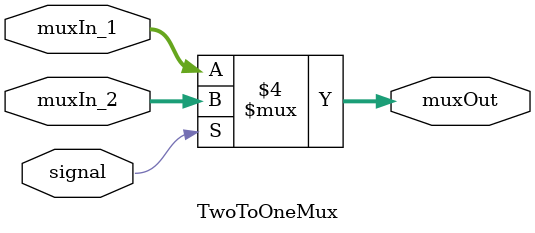
<source format=v>

module TwoToOneMux (
    input [31:0] muxIn_1, 
    input [31:0] muxIn_2, 
    input signal, 
    output reg [31:0] muxOut
);
 
always @* begin
    if (!signal) begin
        muxOut = muxIn_1;
    end
    else begin
        muxOut = muxIn_2;
    end
end

endmodule
</source>
